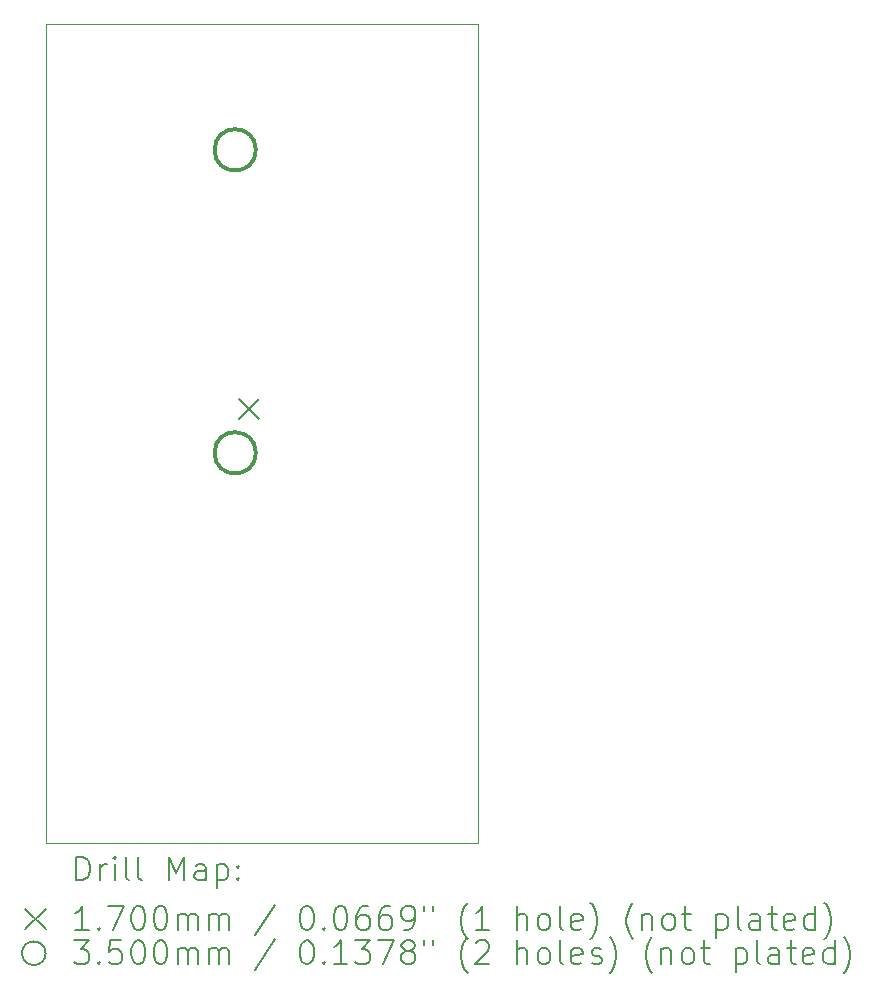
<source format=gbr>
%TF.GenerationSoftware,KiCad,Pcbnew,7.0.5-94-gd77180d9b5*%
%TF.CreationDate,2023-06-13T20:52:57-05:00*%
%TF.ProjectId,Tek P6860 Adapter v.2,54656b20-5036-4383-9630-204164617074,rev?*%
%TF.SameCoordinates,Original*%
%TF.FileFunction,Drillmap*%
%TF.FilePolarity,Positive*%
%FSLAX45Y45*%
G04 Gerber Fmt 4.5, Leading zero omitted, Abs format (unit mm)*
G04 Created by KiCad (PCBNEW 7.0.5-94-gd77180d9b5) date 2023-06-13 20:52:57*
%MOMM*%
%LPD*%
G01*
G04 APERTURE LIST*
%ADD10C,0.100000*%
%ADD11C,0.200000*%
%ADD12C,0.170000*%
%ADD13C,0.350000*%
G04 APERTURE END LIST*
D10*
X1524000Y-1524000D02*
X5181600Y-1524000D01*
X5181600Y-8458200D01*
X1524000Y-8458200D01*
X1524000Y-1524000D01*
D11*
D12*
X3153500Y-4703200D02*
X3323500Y-4873200D01*
X3323500Y-4703200D02*
X3153500Y-4873200D01*
D13*
X3299200Y-2591200D02*
G75*
G03*
X3299200Y-2591200I-175000J0D01*
G01*
X3299200Y-5156200D02*
G75*
G03*
X3299200Y-5156200I-175000J0D01*
G01*
D11*
X1779777Y-8774684D02*
X1779777Y-8574684D01*
X1779777Y-8574684D02*
X1827396Y-8574684D01*
X1827396Y-8574684D02*
X1855967Y-8584208D01*
X1855967Y-8584208D02*
X1875015Y-8603255D01*
X1875015Y-8603255D02*
X1884539Y-8622303D01*
X1884539Y-8622303D02*
X1894062Y-8660398D01*
X1894062Y-8660398D02*
X1894062Y-8688970D01*
X1894062Y-8688970D02*
X1884539Y-8727065D01*
X1884539Y-8727065D02*
X1875015Y-8746112D01*
X1875015Y-8746112D02*
X1855967Y-8765160D01*
X1855967Y-8765160D02*
X1827396Y-8774684D01*
X1827396Y-8774684D02*
X1779777Y-8774684D01*
X1979777Y-8774684D02*
X1979777Y-8641350D01*
X1979777Y-8679446D02*
X1989301Y-8660398D01*
X1989301Y-8660398D02*
X1998824Y-8650874D01*
X1998824Y-8650874D02*
X2017872Y-8641350D01*
X2017872Y-8641350D02*
X2036920Y-8641350D01*
X2103586Y-8774684D02*
X2103586Y-8641350D01*
X2103586Y-8574684D02*
X2094062Y-8584208D01*
X2094062Y-8584208D02*
X2103586Y-8593731D01*
X2103586Y-8593731D02*
X2113110Y-8584208D01*
X2113110Y-8584208D02*
X2103586Y-8574684D01*
X2103586Y-8574684D02*
X2103586Y-8593731D01*
X2227396Y-8774684D02*
X2208348Y-8765160D01*
X2208348Y-8765160D02*
X2198824Y-8746112D01*
X2198824Y-8746112D02*
X2198824Y-8574684D01*
X2332158Y-8774684D02*
X2313110Y-8765160D01*
X2313110Y-8765160D02*
X2303586Y-8746112D01*
X2303586Y-8746112D02*
X2303586Y-8574684D01*
X2560729Y-8774684D02*
X2560729Y-8574684D01*
X2560729Y-8574684D02*
X2627396Y-8717541D01*
X2627396Y-8717541D02*
X2694063Y-8574684D01*
X2694063Y-8574684D02*
X2694063Y-8774684D01*
X2875015Y-8774684D02*
X2875015Y-8669922D01*
X2875015Y-8669922D02*
X2865491Y-8650874D01*
X2865491Y-8650874D02*
X2846443Y-8641350D01*
X2846443Y-8641350D02*
X2808348Y-8641350D01*
X2808348Y-8641350D02*
X2789301Y-8650874D01*
X2875015Y-8765160D02*
X2855967Y-8774684D01*
X2855967Y-8774684D02*
X2808348Y-8774684D01*
X2808348Y-8774684D02*
X2789301Y-8765160D01*
X2789301Y-8765160D02*
X2779777Y-8746112D01*
X2779777Y-8746112D02*
X2779777Y-8727065D01*
X2779777Y-8727065D02*
X2789301Y-8708017D01*
X2789301Y-8708017D02*
X2808348Y-8698493D01*
X2808348Y-8698493D02*
X2855967Y-8698493D01*
X2855967Y-8698493D02*
X2875015Y-8688970D01*
X2970253Y-8641350D02*
X2970253Y-8841350D01*
X2970253Y-8650874D02*
X2989301Y-8641350D01*
X2989301Y-8641350D02*
X3027396Y-8641350D01*
X3027396Y-8641350D02*
X3046443Y-8650874D01*
X3046443Y-8650874D02*
X3055967Y-8660398D01*
X3055967Y-8660398D02*
X3065491Y-8679446D01*
X3065491Y-8679446D02*
X3065491Y-8736589D01*
X3065491Y-8736589D02*
X3055967Y-8755636D01*
X3055967Y-8755636D02*
X3046443Y-8765160D01*
X3046443Y-8765160D02*
X3027396Y-8774684D01*
X3027396Y-8774684D02*
X2989301Y-8774684D01*
X2989301Y-8774684D02*
X2970253Y-8765160D01*
X3151205Y-8755636D02*
X3160729Y-8765160D01*
X3160729Y-8765160D02*
X3151205Y-8774684D01*
X3151205Y-8774684D02*
X3141682Y-8765160D01*
X3141682Y-8765160D02*
X3151205Y-8755636D01*
X3151205Y-8755636D02*
X3151205Y-8774684D01*
X3151205Y-8650874D02*
X3160729Y-8660398D01*
X3160729Y-8660398D02*
X3151205Y-8669922D01*
X3151205Y-8669922D02*
X3141682Y-8660398D01*
X3141682Y-8660398D02*
X3151205Y-8650874D01*
X3151205Y-8650874D02*
X3151205Y-8669922D01*
D12*
X1349000Y-9018200D02*
X1519000Y-9188200D01*
X1519000Y-9018200D02*
X1349000Y-9188200D01*
D11*
X1884539Y-9194684D02*
X1770253Y-9194684D01*
X1827396Y-9194684D02*
X1827396Y-8994684D01*
X1827396Y-8994684D02*
X1808348Y-9023255D01*
X1808348Y-9023255D02*
X1789301Y-9042303D01*
X1789301Y-9042303D02*
X1770253Y-9051827D01*
X1970253Y-9175636D02*
X1979777Y-9185160D01*
X1979777Y-9185160D02*
X1970253Y-9194684D01*
X1970253Y-9194684D02*
X1960729Y-9185160D01*
X1960729Y-9185160D02*
X1970253Y-9175636D01*
X1970253Y-9175636D02*
X1970253Y-9194684D01*
X2046443Y-8994684D02*
X2179777Y-8994684D01*
X2179777Y-8994684D02*
X2094062Y-9194684D01*
X2294063Y-8994684D02*
X2313110Y-8994684D01*
X2313110Y-8994684D02*
X2332158Y-9004208D01*
X2332158Y-9004208D02*
X2341682Y-9013731D01*
X2341682Y-9013731D02*
X2351205Y-9032779D01*
X2351205Y-9032779D02*
X2360729Y-9070874D01*
X2360729Y-9070874D02*
X2360729Y-9118493D01*
X2360729Y-9118493D02*
X2351205Y-9156589D01*
X2351205Y-9156589D02*
X2341682Y-9175636D01*
X2341682Y-9175636D02*
X2332158Y-9185160D01*
X2332158Y-9185160D02*
X2313110Y-9194684D01*
X2313110Y-9194684D02*
X2294063Y-9194684D01*
X2294063Y-9194684D02*
X2275015Y-9185160D01*
X2275015Y-9185160D02*
X2265491Y-9175636D01*
X2265491Y-9175636D02*
X2255967Y-9156589D01*
X2255967Y-9156589D02*
X2246444Y-9118493D01*
X2246444Y-9118493D02*
X2246444Y-9070874D01*
X2246444Y-9070874D02*
X2255967Y-9032779D01*
X2255967Y-9032779D02*
X2265491Y-9013731D01*
X2265491Y-9013731D02*
X2275015Y-9004208D01*
X2275015Y-9004208D02*
X2294063Y-8994684D01*
X2484539Y-8994684D02*
X2503586Y-8994684D01*
X2503586Y-8994684D02*
X2522634Y-9004208D01*
X2522634Y-9004208D02*
X2532158Y-9013731D01*
X2532158Y-9013731D02*
X2541682Y-9032779D01*
X2541682Y-9032779D02*
X2551205Y-9070874D01*
X2551205Y-9070874D02*
X2551205Y-9118493D01*
X2551205Y-9118493D02*
X2541682Y-9156589D01*
X2541682Y-9156589D02*
X2532158Y-9175636D01*
X2532158Y-9175636D02*
X2522634Y-9185160D01*
X2522634Y-9185160D02*
X2503586Y-9194684D01*
X2503586Y-9194684D02*
X2484539Y-9194684D01*
X2484539Y-9194684D02*
X2465491Y-9185160D01*
X2465491Y-9185160D02*
X2455967Y-9175636D01*
X2455967Y-9175636D02*
X2446444Y-9156589D01*
X2446444Y-9156589D02*
X2436920Y-9118493D01*
X2436920Y-9118493D02*
X2436920Y-9070874D01*
X2436920Y-9070874D02*
X2446444Y-9032779D01*
X2446444Y-9032779D02*
X2455967Y-9013731D01*
X2455967Y-9013731D02*
X2465491Y-9004208D01*
X2465491Y-9004208D02*
X2484539Y-8994684D01*
X2636920Y-9194684D02*
X2636920Y-9061350D01*
X2636920Y-9080398D02*
X2646444Y-9070874D01*
X2646444Y-9070874D02*
X2665491Y-9061350D01*
X2665491Y-9061350D02*
X2694063Y-9061350D01*
X2694063Y-9061350D02*
X2713110Y-9070874D01*
X2713110Y-9070874D02*
X2722634Y-9089922D01*
X2722634Y-9089922D02*
X2722634Y-9194684D01*
X2722634Y-9089922D02*
X2732158Y-9070874D01*
X2732158Y-9070874D02*
X2751205Y-9061350D01*
X2751205Y-9061350D02*
X2779777Y-9061350D01*
X2779777Y-9061350D02*
X2798824Y-9070874D01*
X2798824Y-9070874D02*
X2808348Y-9089922D01*
X2808348Y-9089922D02*
X2808348Y-9194684D01*
X2903586Y-9194684D02*
X2903586Y-9061350D01*
X2903586Y-9080398D02*
X2913110Y-9070874D01*
X2913110Y-9070874D02*
X2932158Y-9061350D01*
X2932158Y-9061350D02*
X2960729Y-9061350D01*
X2960729Y-9061350D02*
X2979777Y-9070874D01*
X2979777Y-9070874D02*
X2989301Y-9089922D01*
X2989301Y-9089922D02*
X2989301Y-9194684D01*
X2989301Y-9089922D02*
X2998824Y-9070874D01*
X2998824Y-9070874D02*
X3017872Y-9061350D01*
X3017872Y-9061350D02*
X3046443Y-9061350D01*
X3046443Y-9061350D02*
X3065491Y-9070874D01*
X3065491Y-9070874D02*
X3075015Y-9089922D01*
X3075015Y-9089922D02*
X3075015Y-9194684D01*
X3465491Y-8985160D02*
X3294063Y-9242303D01*
X3722634Y-8994684D02*
X3741682Y-8994684D01*
X3741682Y-8994684D02*
X3760729Y-9004208D01*
X3760729Y-9004208D02*
X3770253Y-9013731D01*
X3770253Y-9013731D02*
X3779777Y-9032779D01*
X3779777Y-9032779D02*
X3789301Y-9070874D01*
X3789301Y-9070874D02*
X3789301Y-9118493D01*
X3789301Y-9118493D02*
X3779777Y-9156589D01*
X3779777Y-9156589D02*
X3770253Y-9175636D01*
X3770253Y-9175636D02*
X3760729Y-9185160D01*
X3760729Y-9185160D02*
X3741682Y-9194684D01*
X3741682Y-9194684D02*
X3722634Y-9194684D01*
X3722634Y-9194684D02*
X3703586Y-9185160D01*
X3703586Y-9185160D02*
X3694063Y-9175636D01*
X3694063Y-9175636D02*
X3684539Y-9156589D01*
X3684539Y-9156589D02*
X3675015Y-9118493D01*
X3675015Y-9118493D02*
X3675015Y-9070874D01*
X3675015Y-9070874D02*
X3684539Y-9032779D01*
X3684539Y-9032779D02*
X3694063Y-9013731D01*
X3694063Y-9013731D02*
X3703586Y-9004208D01*
X3703586Y-9004208D02*
X3722634Y-8994684D01*
X3875015Y-9175636D02*
X3884539Y-9185160D01*
X3884539Y-9185160D02*
X3875015Y-9194684D01*
X3875015Y-9194684D02*
X3865491Y-9185160D01*
X3865491Y-9185160D02*
X3875015Y-9175636D01*
X3875015Y-9175636D02*
X3875015Y-9194684D01*
X4008348Y-8994684D02*
X4027396Y-8994684D01*
X4027396Y-8994684D02*
X4046444Y-9004208D01*
X4046444Y-9004208D02*
X4055967Y-9013731D01*
X4055967Y-9013731D02*
X4065491Y-9032779D01*
X4065491Y-9032779D02*
X4075015Y-9070874D01*
X4075015Y-9070874D02*
X4075015Y-9118493D01*
X4075015Y-9118493D02*
X4065491Y-9156589D01*
X4065491Y-9156589D02*
X4055967Y-9175636D01*
X4055967Y-9175636D02*
X4046444Y-9185160D01*
X4046444Y-9185160D02*
X4027396Y-9194684D01*
X4027396Y-9194684D02*
X4008348Y-9194684D01*
X4008348Y-9194684D02*
X3989301Y-9185160D01*
X3989301Y-9185160D02*
X3979777Y-9175636D01*
X3979777Y-9175636D02*
X3970253Y-9156589D01*
X3970253Y-9156589D02*
X3960729Y-9118493D01*
X3960729Y-9118493D02*
X3960729Y-9070874D01*
X3960729Y-9070874D02*
X3970253Y-9032779D01*
X3970253Y-9032779D02*
X3979777Y-9013731D01*
X3979777Y-9013731D02*
X3989301Y-9004208D01*
X3989301Y-9004208D02*
X4008348Y-8994684D01*
X4246444Y-8994684D02*
X4208348Y-8994684D01*
X4208348Y-8994684D02*
X4189301Y-9004208D01*
X4189301Y-9004208D02*
X4179777Y-9013731D01*
X4179777Y-9013731D02*
X4160729Y-9042303D01*
X4160729Y-9042303D02*
X4151206Y-9080398D01*
X4151206Y-9080398D02*
X4151206Y-9156589D01*
X4151206Y-9156589D02*
X4160729Y-9175636D01*
X4160729Y-9175636D02*
X4170253Y-9185160D01*
X4170253Y-9185160D02*
X4189301Y-9194684D01*
X4189301Y-9194684D02*
X4227396Y-9194684D01*
X4227396Y-9194684D02*
X4246444Y-9185160D01*
X4246444Y-9185160D02*
X4255968Y-9175636D01*
X4255968Y-9175636D02*
X4265491Y-9156589D01*
X4265491Y-9156589D02*
X4265491Y-9108970D01*
X4265491Y-9108970D02*
X4255968Y-9089922D01*
X4255968Y-9089922D02*
X4246444Y-9080398D01*
X4246444Y-9080398D02*
X4227396Y-9070874D01*
X4227396Y-9070874D02*
X4189301Y-9070874D01*
X4189301Y-9070874D02*
X4170253Y-9080398D01*
X4170253Y-9080398D02*
X4160729Y-9089922D01*
X4160729Y-9089922D02*
X4151206Y-9108970D01*
X4436920Y-8994684D02*
X4398825Y-8994684D01*
X4398825Y-8994684D02*
X4379777Y-9004208D01*
X4379777Y-9004208D02*
X4370253Y-9013731D01*
X4370253Y-9013731D02*
X4351206Y-9042303D01*
X4351206Y-9042303D02*
X4341682Y-9080398D01*
X4341682Y-9080398D02*
X4341682Y-9156589D01*
X4341682Y-9156589D02*
X4351206Y-9175636D01*
X4351206Y-9175636D02*
X4360729Y-9185160D01*
X4360729Y-9185160D02*
X4379777Y-9194684D01*
X4379777Y-9194684D02*
X4417872Y-9194684D01*
X4417872Y-9194684D02*
X4436920Y-9185160D01*
X4436920Y-9185160D02*
X4446444Y-9175636D01*
X4446444Y-9175636D02*
X4455968Y-9156589D01*
X4455968Y-9156589D02*
X4455968Y-9108970D01*
X4455968Y-9108970D02*
X4446444Y-9089922D01*
X4446444Y-9089922D02*
X4436920Y-9080398D01*
X4436920Y-9080398D02*
X4417872Y-9070874D01*
X4417872Y-9070874D02*
X4379777Y-9070874D01*
X4379777Y-9070874D02*
X4360729Y-9080398D01*
X4360729Y-9080398D02*
X4351206Y-9089922D01*
X4351206Y-9089922D02*
X4341682Y-9108970D01*
X4551206Y-9194684D02*
X4589301Y-9194684D01*
X4589301Y-9194684D02*
X4608349Y-9185160D01*
X4608349Y-9185160D02*
X4617872Y-9175636D01*
X4617872Y-9175636D02*
X4636920Y-9147065D01*
X4636920Y-9147065D02*
X4646444Y-9108970D01*
X4646444Y-9108970D02*
X4646444Y-9032779D01*
X4646444Y-9032779D02*
X4636920Y-9013731D01*
X4636920Y-9013731D02*
X4627396Y-9004208D01*
X4627396Y-9004208D02*
X4608349Y-8994684D01*
X4608349Y-8994684D02*
X4570253Y-8994684D01*
X4570253Y-8994684D02*
X4551206Y-9004208D01*
X4551206Y-9004208D02*
X4541682Y-9013731D01*
X4541682Y-9013731D02*
X4532158Y-9032779D01*
X4532158Y-9032779D02*
X4532158Y-9080398D01*
X4532158Y-9080398D02*
X4541682Y-9099446D01*
X4541682Y-9099446D02*
X4551206Y-9108970D01*
X4551206Y-9108970D02*
X4570253Y-9118493D01*
X4570253Y-9118493D02*
X4608349Y-9118493D01*
X4608349Y-9118493D02*
X4627396Y-9108970D01*
X4627396Y-9108970D02*
X4636920Y-9099446D01*
X4636920Y-9099446D02*
X4646444Y-9080398D01*
X4722634Y-8994684D02*
X4722634Y-9032779D01*
X4798825Y-8994684D02*
X4798825Y-9032779D01*
X5094063Y-9270874D02*
X5084539Y-9261350D01*
X5084539Y-9261350D02*
X5065491Y-9232779D01*
X5065491Y-9232779D02*
X5055968Y-9213731D01*
X5055968Y-9213731D02*
X5046444Y-9185160D01*
X5046444Y-9185160D02*
X5036920Y-9137541D01*
X5036920Y-9137541D02*
X5036920Y-9099446D01*
X5036920Y-9099446D02*
X5046444Y-9051827D01*
X5046444Y-9051827D02*
X5055968Y-9023255D01*
X5055968Y-9023255D02*
X5065491Y-9004208D01*
X5065491Y-9004208D02*
X5084539Y-8975636D01*
X5084539Y-8975636D02*
X5094063Y-8966112D01*
X5275015Y-9194684D02*
X5160730Y-9194684D01*
X5217872Y-9194684D02*
X5217872Y-8994684D01*
X5217872Y-8994684D02*
X5198825Y-9023255D01*
X5198825Y-9023255D02*
X5179777Y-9042303D01*
X5179777Y-9042303D02*
X5160730Y-9051827D01*
X5513111Y-9194684D02*
X5513111Y-8994684D01*
X5598825Y-9194684D02*
X5598825Y-9089922D01*
X5598825Y-9089922D02*
X5589301Y-9070874D01*
X5589301Y-9070874D02*
X5570253Y-9061350D01*
X5570253Y-9061350D02*
X5541682Y-9061350D01*
X5541682Y-9061350D02*
X5522634Y-9070874D01*
X5522634Y-9070874D02*
X5513111Y-9080398D01*
X5722634Y-9194684D02*
X5703587Y-9185160D01*
X5703587Y-9185160D02*
X5694063Y-9175636D01*
X5694063Y-9175636D02*
X5684539Y-9156589D01*
X5684539Y-9156589D02*
X5684539Y-9099446D01*
X5684539Y-9099446D02*
X5694063Y-9080398D01*
X5694063Y-9080398D02*
X5703587Y-9070874D01*
X5703587Y-9070874D02*
X5722634Y-9061350D01*
X5722634Y-9061350D02*
X5751206Y-9061350D01*
X5751206Y-9061350D02*
X5770253Y-9070874D01*
X5770253Y-9070874D02*
X5779777Y-9080398D01*
X5779777Y-9080398D02*
X5789301Y-9099446D01*
X5789301Y-9099446D02*
X5789301Y-9156589D01*
X5789301Y-9156589D02*
X5779777Y-9175636D01*
X5779777Y-9175636D02*
X5770253Y-9185160D01*
X5770253Y-9185160D02*
X5751206Y-9194684D01*
X5751206Y-9194684D02*
X5722634Y-9194684D01*
X5903587Y-9194684D02*
X5884539Y-9185160D01*
X5884539Y-9185160D02*
X5875015Y-9166112D01*
X5875015Y-9166112D02*
X5875015Y-8994684D01*
X6055968Y-9185160D02*
X6036920Y-9194684D01*
X6036920Y-9194684D02*
X5998825Y-9194684D01*
X5998825Y-9194684D02*
X5979777Y-9185160D01*
X5979777Y-9185160D02*
X5970253Y-9166112D01*
X5970253Y-9166112D02*
X5970253Y-9089922D01*
X5970253Y-9089922D02*
X5979777Y-9070874D01*
X5979777Y-9070874D02*
X5998825Y-9061350D01*
X5998825Y-9061350D02*
X6036920Y-9061350D01*
X6036920Y-9061350D02*
X6055968Y-9070874D01*
X6055968Y-9070874D02*
X6065491Y-9089922D01*
X6065491Y-9089922D02*
X6065491Y-9108970D01*
X6065491Y-9108970D02*
X5970253Y-9128017D01*
X6132158Y-9270874D02*
X6141682Y-9261350D01*
X6141682Y-9261350D02*
X6160730Y-9232779D01*
X6160730Y-9232779D02*
X6170253Y-9213731D01*
X6170253Y-9213731D02*
X6179777Y-9185160D01*
X6179777Y-9185160D02*
X6189301Y-9137541D01*
X6189301Y-9137541D02*
X6189301Y-9099446D01*
X6189301Y-9099446D02*
X6179777Y-9051827D01*
X6179777Y-9051827D02*
X6170253Y-9023255D01*
X6170253Y-9023255D02*
X6160730Y-9004208D01*
X6160730Y-9004208D02*
X6141682Y-8975636D01*
X6141682Y-8975636D02*
X6132158Y-8966112D01*
X6494063Y-9270874D02*
X6484539Y-9261350D01*
X6484539Y-9261350D02*
X6465491Y-9232779D01*
X6465491Y-9232779D02*
X6455968Y-9213731D01*
X6455968Y-9213731D02*
X6446444Y-9185160D01*
X6446444Y-9185160D02*
X6436920Y-9137541D01*
X6436920Y-9137541D02*
X6436920Y-9099446D01*
X6436920Y-9099446D02*
X6446444Y-9051827D01*
X6446444Y-9051827D02*
X6455968Y-9023255D01*
X6455968Y-9023255D02*
X6465491Y-9004208D01*
X6465491Y-9004208D02*
X6484539Y-8975636D01*
X6484539Y-8975636D02*
X6494063Y-8966112D01*
X6570253Y-9061350D02*
X6570253Y-9194684D01*
X6570253Y-9080398D02*
X6579777Y-9070874D01*
X6579777Y-9070874D02*
X6598825Y-9061350D01*
X6598825Y-9061350D02*
X6627396Y-9061350D01*
X6627396Y-9061350D02*
X6646444Y-9070874D01*
X6646444Y-9070874D02*
X6655968Y-9089922D01*
X6655968Y-9089922D02*
X6655968Y-9194684D01*
X6779777Y-9194684D02*
X6760730Y-9185160D01*
X6760730Y-9185160D02*
X6751206Y-9175636D01*
X6751206Y-9175636D02*
X6741682Y-9156589D01*
X6741682Y-9156589D02*
X6741682Y-9099446D01*
X6741682Y-9099446D02*
X6751206Y-9080398D01*
X6751206Y-9080398D02*
X6760730Y-9070874D01*
X6760730Y-9070874D02*
X6779777Y-9061350D01*
X6779777Y-9061350D02*
X6808349Y-9061350D01*
X6808349Y-9061350D02*
X6827396Y-9070874D01*
X6827396Y-9070874D02*
X6836920Y-9080398D01*
X6836920Y-9080398D02*
X6846444Y-9099446D01*
X6846444Y-9099446D02*
X6846444Y-9156589D01*
X6846444Y-9156589D02*
X6836920Y-9175636D01*
X6836920Y-9175636D02*
X6827396Y-9185160D01*
X6827396Y-9185160D02*
X6808349Y-9194684D01*
X6808349Y-9194684D02*
X6779777Y-9194684D01*
X6903587Y-9061350D02*
X6979777Y-9061350D01*
X6932158Y-8994684D02*
X6932158Y-9166112D01*
X6932158Y-9166112D02*
X6941682Y-9185160D01*
X6941682Y-9185160D02*
X6960730Y-9194684D01*
X6960730Y-9194684D02*
X6979777Y-9194684D01*
X7198825Y-9061350D02*
X7198825Y-9261350D01*
X7198825Y-9070874D02*
X7217872Y-9061350D01*
X7217872Y-9061350D02*
X7255968Y-9061350D01*
X7255968Y-9061350D02*
X7275015Y-9070874D01*
X7275015Y-9070874D02*
X7284539Y-9080398D01*
X7284539Y-9080398D02*
X7294063Y-9099446D01*
X7294063Y-9099446D02*
X7294063Y-9156589D01*
X7294063Y-9156589D02*
X7284539Y-9175636D01*
X7284539Y-9175636D02*
X7275015Y-9185160D01*
X7275015Y-9185160D02*
X7255968Y-9194684D01*
X7255968Y-9194684D02*
X7217872Y-9194684D01*
X7217872Y-9194684D02*
X7198825Y-9185160D01*
X7408349Y-9194684D02*
X7389301Y-9185160D01*
X7389301Y-9185160D02*
X7379777Y-9166112D01*
X7379777Y-9166112D02*
X7379777Y-8994684D01*
X7570253Y-9194684D02*
X7570253Y-9089922D01*
X7570253Y-9089922D02*
X7560730Y-9070874D01*
X7560730Y-9070874D02*
X7541682Y-9061350D01*
X7541682Y-9061350D02*
X7503587Y-9061350D01*
X7503587Y-9061350D02*
X7484539Y-9070874D01*
X7570253Y-9185160D02*
X7551206Y-9194684D01*
X7551206Y-9194684D02*
X7503587Y-9194684D01*
X7503587Y-9194684D02*
X7484539Y-9185160D01*
X7484539Y-9185160D02*
X7475015Y-9166112D01*
X7475015Y-9166112D02*
X7475015Y-9147065D01*
X7475015Y-9147065D02*
X7484539Y-9128017D01*
X7484539Y-9128017D02*
X7503587Y-9118493D01*
X7503587Y-9118493D02*
X7551206Y-9118493D01*
X7551206Y-9118493D02*
X7570253Y-9108970D01*
X7636920Y-9061350D02*
X7713111Y-9061350D01*
X7665492Y-8994684D02*
X7665492Y-9166112D01*
X7665492Y-9166112D02*
X7675015Y-9185160D01*
X7675015Y-9185160D02*
X7694063Y-9194684D01*
X7694063Y-9194684D02*
X7713111Y-9194684D01*
X7855968Y-9185160D02*
X7836920Y-9194684D01*
X7836920Y-9194684D02*
X7798825Y-9194684D01*
X7798825Y-9194684D02*
X7779777Y-9185160D01*
X7779777Y-9185160D02*
X7770253Y-9166112D01*
X7770253Y-9166112D02*
X7770253Y-9089922D01*
X7770253Y-9089922D02*
X7779777Y-9070874D01*
X7779777Y-9070874D02*
X7798825Y-9061350D01*
X7798825Y-9061350D02*
X7836920Y-9061350D01*
X7836920Y-9061350D02*
X7855968Y-9070874D01*
X7855968Y-9070874D02*
X7865492Y-9089922D01*
X7865492Y-9089922D02*
X7865492Y-9108970D01*
X7865492Y-9108970D02*
X7770253Y-9128017D01*
X8036920Y-9194684D02*
X8036920Y-8994684D01*
X8036920Y-9185160D02*
X8017873Y-9194684D01*
X8017873Y-9194684D02*
X7979777Y-9194684D01*
X7979777Y-9194684D02*
X7960730Y-9185160D01*
X7960730Y-9185160D02*
X7951206Y-9175636D01*
X7951206Y-9175636D02*
X7941682Y-9156589D01*
X7941682Y-9156589D02*
X7941682Y-9099446D01*
X7941682Y-9099446D02*
X7951206Y-9080398D01*
X7951206Y-9080398D02*
X7960730Y-9070874D01*
X7960730Y-9070874D02*
X7979777Y-9061350D01*
X7979777Y-9061350D02*
X8017873Y-9061350D01*
X8017873Y-9061350D02*
X8036920Y-9070874D01*
X8113111Y-9270874D02*
X8122634Y-9261350D01*
X8122634Y-9261350D02*
X8141682Y-9232779D01*
X8141682Y-9232779D02*
X8151206Y-9213731D01*
X8151206Y-9213731D02*
X8160730Y-9185160D01*
X8160730Y-9185160D02*
X8170253Y-9137541D01*
X8170253Y-9137541D02*
X8170253Y-9099446D01*
X8170253Y-9099446D02*
X8160730Y-9051827D01*
X8160730Y-9051827D02*
X8151206Y-9023255D01*
X8151206Y-9023255D02*
X8141682Y-9004208D01*
X8141682Y-9004208D02*
X8122634Y-8975636D01*
X8122634Y-8975636D02*
X8113111Y-8966112D01*
X1519000Y-9393200D02*
G75*
G03*
X1519000Y-9393200I-100000J0D01*
G01*
X1760729Y-9284684D02*
X1884539Y-9284684D01*
X1884539Y-9284684D02*
X1817872Y-9360874D01*
X1817872Y-9360874D02*
X1846443Y-9360874D01*
X1846443Y-9360874D02*
X1865491Y-9370398D01*
X1865491Y-9370398D02*
X1875015Y-9379922D01*
X1875015Y-9379922D02*
X1884539Y-9398970D01*
X1884539Y-9398970D02*
X1884539Y-9446589D01*
X1884539Y-9446589D02*
X1875015Y-9465636D01*
X1875015Y-9465636D02*
X1865491Y-9475160D01*
X1865491Y-9475160D02*
X1846443Y-9484684D01*
X1846443Y-9484684D02*
X1789301Y-9484684D01*
X1789301Y-9484684D02*
X1770253Y-9475160D01*
X1770253Y-9475160D02*
X1760729Y-9465636D01*
X1970253Y-9465636D02*
X1979777Y-9475160D01*
X1979777Y-9475160D02*
X1970253Y-9484684D01*
X1970253Y-9484684D02*
X1960729Y-9475160D01*
X1960729Y-9475160D02*
X1970253Y-9465636D01*
X1970253Y-9465636D02*
X1970253Y-9484684D01*
X2160729Y-9284684D02*
X2065491Y-9284684D01*
X2065491Y-9284684D02*
X2055967Y-9379922D01*
X2055967Y-9379922D02*
X2065491Y-9370398D01*
X2065491Y-9370398D02*
X2084539Y-9360874D01*
X2084539Y-9360874D02*
X2132158Y-9360874D01*
X2132158Y-9360874D02*
X2151205Y-9370398D01*
X2151205Y-9370398D02*
X2160729Y-9379922D01*
X2160729Y-9379922D02*
X2170253Y-9398970D01*
X2170253Y-9398970D02*
X2170253Y-9446589D01*
X2170253Y-9446589D02*
X2160729Y-9465636D01*
X2160729Y-9465636D02*
X2151205Y-9475160D01*
X2151205Y-9475160D02*
X2132158Y-9484684D01*
X2132158Y-9484684D02*
X2084539Y-9484684D01*
X2084539Y-9484684D02*
X2065491Y-9475160D01*
X2065491Y-9475160D02*
X2055967Y-9465636D01*
X2294063Y-9284684D02*
X2313110Y-9284684D01*
X2313110Y-9284684D02*
X2332158Y-9294208D01*
X2332158Y-9294208D02*
X2341682Y-9303731D01*
X2341682Y-9303731D02*
X2351205Y-9322779D01*
X2351205Y-9322779D02*
X2360729Y-9360874D01*
X2360729Y-9360874D02*
X2360729Y-9408493D01*
X2360729Y-9408493D02*
X2351205Y-9446589D01*
X2351205Y-9446589D02*
X2341682Y-9465636D01*
X2341682Y-9465636D02*
X2332158Y-9475160D01*
X2332158Y-9475160D02*
X2313110Y-9484684D01*
X2313110Y-9484684D02*
X2294063Y-9484684D01*
X2294063Y-9484684D02*
X2275015Y-9475160D01*
X2275015Y-9475160D02*
X2265491Y-9465636D01*
X2265491Y-9465636D02*
X2255967Y-9446589D01*
X2255967Y-9446589D02*
X2246444Y-9408493D01*
X2246444Y-9408493D02*
X2246444Y-9360874D01*
X2246444Y-9360874D02*
X2255967Y-9322779D01*
X2255967Y-9322779D02*
X2265491Y-9303731D01*
X2265491Y-9303731D02*
X2275015Y-9294208D01*
X2275015Y-9294208D02*
X2294063Y-9284684D01*
X2484539Y-9284684D02*
X2503586Y-9284684D01*
X2503586Y-9284684D02*
X2522634Y-9294208D01*
X2522634Y-9294208D02*
X2532158Y-9303731D01*
X2532158Y-9303731D02*
X2541682Y-9322779D01*
X2541682Y-9322779D02*
X2551205Y-9360874D01*
X2551205Y-9360874D02*
X2551205Y-9408493D01*
X2551205Y-9408493D02*
X2541682Y-9446589D01*
X2541682Y-9446589D02*
X2532158Y-9465636D01*
X2532158Y-9465636D02*
X2522634Y-9475160D01*
X2522634Y-9475160D02*
X2503586Y-9484684D01*
X2503586Y-9484684D02*
X2484539Y-9484684D01*
X2484539Y-9484684D02*
X2465491Y-9475160D01*
X2465491Y-9475160D02*
X2455967Y-9465636D01*
X2455967Y-9465636D02*
X2446444Y-9446589D01*
X2446444Y-9446589D02*
X2436920Y-9408493D01*
X2436920Y-9408493D02*
X2436920Y-9360874D01*
X2436920Y-9360874D02*
X2446444Y-9322779D01*
X2446444Y-9322779D02*
X2455967Y-9303731D01*
X2455967Y-9303731D02*
X2465491Y-9294208D01*
X2465491Y-9294208D02*
X2484539Y-9284684D01*
X2636920Y-9484684D02*
X2636920Y-9351350D01*
X2636920Y-9370398D02*
X2646444Y-9360874D01*
X2646444Y-9360874D02*
X2665491Y-9351350D01*
X2665491Y-9351350D02*
X2694063Y-9351350D01*
X2694063Y-9351350D02*
X2713110Y-9360874D01*
X2713110Y-9360874D02*
X2722634Y-9379922D01*
X2722634Y-9379922D02*
X2722634Y-9484684D01*
X2722634Y-9379922D02*
X2732158Y-9360874D01*
X2732158Y-9360874D02*
X2751205Y-9351350D01*
X2751205Y-9351350D02*
X2779777Y-9351350D01*
X2779777Y-9351350D02*
X2798824Y-9360874D01*
X2798824Y-9360874D02*
X2808348Y-9379922D01*
X2808348Y-9379922D02*
X2808348Y-9484684D01*
X2903586Y-9484684D02*
X2903586Y-9351350D01*
X2903586Y-9370398D02*
X2913110Y-9360874D01*
X2913110Y-9360874D02*
X2932158Y-9351350D01*
X2932158Y-9351350D02*
X2960729Y-9351350D01*
X2960729Y-9351350D02*
X2979777Y-9360874D01*
X2979777Y-9360874D02*
X2989301Y-9379922D01*
X2989301Y-9379922D02*
X2989301Y-9484684D01*
X2989301Y-9379922D02*
X2998824Y-9360874D01*
X2998824Y-9360874D02*
X3017872Y-9351350D01*
X3017872Y-9351350D02*
X3046443Y-9351350D01*
X3046443Y-9351350D02*
X3065491Y-9360874D01*
X3065491Y-9360874D02*
X3075015Y-9379922D01*
X3075015Y-9379922D02*
X3075015Y-9484684D01*
X3465491Y-9275160D02*
X3294063Y-9532303D01*
X3722634Y-9284684D02*
X3741682Y-9284684D01*
X3741682Y-9284684D02*
X3760729Y-9294208D01*
X3760729Y-9294208D02*
X3770253Y-9303731D01*
X3770253Y-9303731D02*
X3779777Y-9322779D01*
X3779777Y-9322779D02*
X3789301Y-9360874D01*
X3789301Y-9360874D02*
X3789301Y-9408493D01*
X3789301Y-9408493D02*
X3779777Y-9446589D01*
X3779777Y-9446589D02*
X3770253Y-9465636D01*
X3770253Y-9465636D02*
X3760729Y-9475160D01*
X3760729Y-9475160D02*
X3741682Y-9484684D01*
X3741682Y-9484684D02*
X3722634Y-9484684D01*
X3722634Y-9484684D02*
X3703586Y-9475160D01*
X3703586Y-9475160D02*
X3694063Y-9465636D01*
X3694063Y-9465636D02*
X3684539Y-9446589D01*
X3684539Y-9446589D02*
X3675015Y-9408493D01*
X3675015Y-9408493D02*
X3675015Y-9360874D01*
X3675015Y-9360874D02*
X3684539Y-9322779D01*
X3684539Y-9322779D02*
X3694063Y-9303731D01*
X3694063Y-9303731D02*
X3703586Y-9294208D01*
X3703586Y-9294208D02*
X3722634Y-9284684D01*
X3875015Y-9465636D02*
X3884539Y-9475160D01*
X3884539Y-9475160D02*
X3875015Y-9484684D01*
X3875015Y-9484684D02*
X3865491Y-9475160D01*
X3865491Y-9475160D02*
X3875015Y-9465636D01*
X3875015Y-9465636D02*
X3875015Y-9484684D01*
X4075015Y-9484684D02*
X3960729Y-9484684D01*
X4017872Y-9484684D02*
X4017872Y-9284684D01*
X4017872Y-9284684D02*
X3998825Y-9313255D01*
X3998825Y-9313255D02*
X3979777Y-9332303D01*
X3979777Y-9332303D02*
X3960729Y-9341827D01*
X4141682Y-9284684D02*
X4265491Y-9284684D01*
X4265491Y-9284684D02*
X4198825Y-9360874D01*
X4198825Y-9360874D02*
X4227396Y-9360874D01*
X4227396Y-9360874D02*
X4246444Y-9370398D01*
X4246444Y-9370398D02*
X4255968Y-9379922D01*
X4255968Y-9379922D02*
X4265491Y-9398970D01*
X4265491Y-9398970D02*
X4265491Y-9446589D01*
X4265491Y-9446589D02*
X4255968Y-9465636D01*
X4255968Y-9465636D02*
X4246444Y-9475160D01*
X4246444Y-9475160D02*
X4227396Y-9484684D01*
X4227396Y-9484684D02*
X4170253Y-9484684D01*
X4170253Y-9484684D02*
X4151206Y-9475160D01*
X4151206Y-9475160D02*
X4141682Y-9465636D01*
X4332158Y-9284684D02*
X4465491Y-9284684D01*
X4465491Y-9284684D02*
X4379777Y-9484684D01*
X4570253Y-9370398D02*
X4551206Y-9360874D01*
X4551206Y-9360874D02*
X4541682Y-9351350D01*
X4541682Y-9351350D02*
X4532158Y-9332303D01*
X4532158Y-9332303D02*
X4532158Y-9322779D01*
X4532158Y-9322779D02*
X4541682Y-9303731D01*
X4541682Y-9303731D02*
X4551206Y-9294208D01*
X4551206Y-9294208D02*
X4570253Y-9284684D01*
X4570253Y-9284684D02*
X4608349Y-9284684D01*
X4608349Y-9284684D02*
X4627396Y-9294208D01*
X4627396Y-9294208D02*
X4636920Y-9303731D01*
X4636920Y-9303731D02*
X4646444Y-9322779D01*
X4646444Y-9322779D02*
X4646444Y-9332303D01*
X4646444Y-9332303D02*
X4636920Y-9351350D01*
X4636920Y-9351350D02*
X4627396Y-9360874D01*
X4627396Y-9360874D02*
X4608349Y-9370398D01*
X4608349Y-9370398D02*
X4570253Y-9370398D01*
X4570253Y-9370398D02*
X4551206Y-9379922D01*
X4551206Y-9379922D02*
X4541682Y-9389446D01*
X4541682Y-9389446D02*
X4532158Y-9408493D01*
X4532158Y-9408493D02*
X4532158Y-9446589D01*
X4532158Y-9446589D02*
X4541682Y-9465636D01*
X4541682Y-9465636D02*
X4551206Y-9475160D01*
X4551206Y-9475160D02*
X4570253Y-9484684D01*
X4570253Y-9484684D02*
X4608349Y-9484684D01*
X4608349Y-9484684D02*
X4627396Y-9475160D01*
X4627396Y-9475160D02*
X4636920Y-9465636D01*
X4636920Y-9465636D02*
X4646444Y-9446589D01*
X4646444Y-9446589D02*
X4646444Y-9408493D01*
X4646444Y-9408493D02*
X4636920Y-9389446D01*
X4636920Y-9389446D02*
X4627396Y-9379922D01*
X4627396Y-9379922D02*
X4608349Y-9370398D01*
X4722634Y-9284684D02*
X4722634Y-9322779D01*
X4798825Y-9284684D02*
X4798825Y-9322779D01*
X5094063Y-9560874D02*
X5084539Y-9551350D01*
X5084539Y-9551350D02*
X5065491Y-9522779D01*
X5065491Y-9522779D02*
X5055968Y-9503731D01*
X5055968Y-9503731D02*
X5046444Y-9475160D01*
X5046444Y-9475160D02*
X5036920Y-9427541D01*
X5036920Y-9427541D02*
X5036920Y-9389446D01*
X5036920Y-9389446D02*
X5046444Y-9341827D01*
X5046444Y-9341827D02*
X5055968Y-9313255D01*
X5055968Y-9313255D02*
X5065491Y-9294208D01*
X5065491Y-9294208D02*
X5084539Y-9265636D01*
X5084539Y-9265636D02*
X5094063Y-9256112D01*
X5160730Y-9303731D02*
X5170253Y-9294208D01*
X5170253Y-9294208D02*
X5189301Y-9284684D01*
X5189301Y-9284684D02*
X5236920Y-9284684D01*
X5236920Y-9284684D02*
X5255968Y-9294208D01*
X5255968Y-9294208D02*
X5265491Y-9303731D01*
X5265491Y-9303731D02*
X5275015Y-9322779D01*
X5275015Y-9322779D02*
X5275015Y-9341827D01*
X5275015Y-9341827D02*
X5265491Y-9370398D01*
X5265491Y-9370398D02*
X5151206Y-9484684D01*
X5151206Y-9484684D02*
X5275015Y-9484684D01*
X5513111Y-9484684D02*
X5513111Y-9284684D01*
X5598825Y-9484684D02*
X5598825Y-9379922D01*
X5598825Y-9379922D02*
X5589301Y-9360874D01*
X5589301Y-9360874D02*
X5570253Y-9351350D01*
X5570253Y-9351350D02*
X5541682Y-9351350D01*
X5541682Y-9351350D02*
X5522634Y-9360874D01*
X5522634Y-9360874D02*
X5513111Y-9370398D01*
X5722634Y-9484684D02*
X5703587Y-9475160D01*
X5703587Y-9475160D02*
X5694063Y-9465636D01*
X5694063Y-9465636D02*
X5684539Y-9446589D01*
X5684539Y-9446589D02*
X5684539Y-9389446D01*
X5684539Y-9389446D02*
X5694063Y-9370398D01*
X5694063Y-9370398D02*
X5703587Y-9360874D01*
X5703587Y-9360874D02*
X5722634Y-9351350D01*
X5722634Y-9351350D02*
X5751206Y-9351350D01*
X5751206Y-9351350D02*
X5770253Y-9360874D01*
X5770253Y-9360874D02*
X5779777Y-9370398D01*
X5779777Y-9370398D02*
X5789301Y-9389446D01*
X5789301Y-9389446D02*
X5789301Y-9446589D01*
X5789301Y-9446589D02*
X5779777Y-9465636D01*
X5779777Y-9465636D02*
X5770253Y-9475160D01*
X5770253Y-9475160D02*
X5751206Y-9484684D01*
X5751206Y-9484684D02*
X5722634Y-9484684D01*
X5903587Y-9484684D02*
X5884539Y-9475160D01*
X5884539Y-9475160D02*
X5875015Y-9456112D01*
X5875015Y-9456112D02*
X5875015Y-9284684D01*
X6055968Y-9475160D02*
X6036920Y-9484684D01*
X6036920Y-9484684D02*
X5998825Y-9484684D01*
X5998825Y-9484684D02*
X5979777Y-9475160D01*
X5979777Y-9475160D02*
X5970253Y-9456112D01*
X5970253Y-9456112D02*
X5970253Y-9379922D01*
X5970253Y-9379922D02*
X5979777Y-9360874D01*
X5979777Y-9360874D02*
X5998825Y-9351350D01*
X5998825Y-9351350D02*
X6036920Y-9351350D01*
X6036920Y-9351350D02*
X6055968Y-9360874D01*
X6055968Y-9360874D02*
X6065491Y-9379922D01*
X6065491Y-9379922D02*
X6065491Y-9398970D01*
X6065491Y-9398970D02*
X5970253Y-9418017D01*
X6141682Y-9475160D02*
X6160730Y-9484684D01*
X6160730Y-9484684D02*
X6198825Y-9484684D01*
X6198825Y-9484684D02*
X6217872Y-9475160D01*
X6217872Y-9475160D02*
X6227396Y-9456112D01*
X6227396Y-9456112D02*
X6227396Y-9446589D01*
X6227396Y-9446589D02*
X6217872Y-9427541D01*
X6217872Y-9427541D02*
X6198825Y-9418017D01*
X6198825Y-9418017D02*
X6170253Y-9418017D01*
X6170253Y-9418017D02*
X6151206Y-9408493D01*
X6151206Y-9408493D02*
X6141682Y-9389446D01*
X6141682Y-9389446D02*
X6141682Y-9379922D01*
X6141682Y-9379922D02*
X6151206Y-9360874D01*
X6151206Y-9360874D02*
X6170253Y-9351350D01*
X6170253Y-9351350D02*
X6198825Y-9351350D01*
X6198825Y-9351350D02*
X6217872Y-9360874D01*
X6294063Y-9560874D02*
X6303587Y-9551350D01*
X6303587Y-9551350D02*
X6322634Y-9522779D01*
X6322634Y-9522779D02*
X6332158Y-9503731D01*
X6332158Y-9503731D02*
X6341682Y-9475160D01*
X6341682Y-9475160D02*
X6351206Y-9427541D01*
X6351206Y-9427541D02*
X6351206Y-9389446D01*
X6351206Y-9389446D02*
X6341682Y-9341827D01*
X6341682Y-9341827D02*
X6332158Y-9313255D01*
X6332158Y-9313255D02*
X6322634Y-9294208D01*
X6322634Y-9294208D02*
X6303587Y-9265636D01*
X6303587Y-9265636D02*
X6294063Y-9256112D01*
X6655968Y-9560874D02*
X6646444Y-9551350D01*
X6646444Y-9551350D02*
X6627396Y-9522779D01*
X6627396Y-9522779D02*
X6617872Y-9503731D01*
X6617872Y-9503731D02*
X6608349Y-9475160D01*
X6608349Y-9475160D02*
X6598825Y-9427541D01*
X6598825Y-9427541D02*
X6598825Y-9389446D01*
X6598825Y-9389446D02*
X6608349Y-9341827D01*
X6608349Y-9341827D02*
X6617872Y-9313255D01*
X6617872Y-9313255D02*
X6627396Y-9294208D01*
X6627396Y-9294208D02*
X6646444Y-9265636D01*
X6646444Y-9265636D02*
X6655968Y-9256112D01*
X6732158Y-9351350D02*
X6732158Y-9484684D01*
X6732158Y-9370398D02*
X6741682Y-9360874D01*
X6741682Y-9360874D02*
X6760730Y-9351350D01*
X6760730Y-9351350D02*
X6789301Y-9351350D01*
X6789301Y-9351350D02*
X6808349Y-9360874D01*
X6808349Y-9360874D02*
X6817872Y-9379922D01*
X6817872Y-9379922D02*
X6817872Y-9484684D01*
X6941682Y-9484684D02*
X6922634Y-9475160D01*
X6922634Y-9475160D02*
X6913111Y-9465636D01*
X6913111Y-9465636D02*
X6903587Y-9446589D01*
X6903587Y-9446589D02*
X6903587Y-9389446D01*
X6903587Y-9389446D02*
X6913111Y-9370398D01*
X6913111Y-9370398D02*
X6922634Y-9360874D01*
X6922634Y-9360874D02*
X6941682Y-9351350D01*
X6941682Y-9351350D02*
X6970253Y-9351350D01*
X6970253Y-9351350D02*
X6989301Y-9360874D01*
X6989301Y-9360874D02*
X6998825Y-9370398D01*
X6998825Y-9370398D02*
X7008349Y-9389446D01*
X7008349Y-9389446D02*
X7008349Y-9446589D01*
X7008349Y-9446589D02*
X6998825Y-9465636D01*
X6998825Y-9465636D02*
X6989301Y-9475160D01*
X6989301Y-9475160D02*
X6970253Y-9484684D01*
X6970253Y-9484684D02*
X6941682Y-9484684D01*
X7065492Y-9351350D02*
X7141682Y-9351350D01*
X7094063Y-9284684D02*
X7094063Y-9456112D01*
X7094063Y-9456112D02*
X7103587Y-9475160D01*
X7103587Y-9475160D02*
X7122634Y-9484684D01*
X7122634Y-9484684D02*
X7141682Y-9484684D01*
X7360730Y-9351350D02*
X7360730Y-9551350D01*
X7360730Y-9360874D02*
X7379777Y-9351350D01*
X7379777Y-9351350D02*
X7417873Y-9351350D01*
X7417873Y-9351350D02*
X7436920Y-9360874D01*
X7436920Y-9360874D02*
X7446444Y-9370398D01*
X7446444Y-9370398D02*
X7455968Y-9389446D01*
X7455968Y-9389446D02*
X7455968Y-9446589D01*
X7455968Y-9446589D02*
X7446444Y-9465636D01*
X7446444Y-9465636D02*
X7436920Y-9475160D01*
X7436920Y-9475160D02*
X7417873Y-9484684D01*
X7417873Y-9484684D02*
X7379777Y-9484684D01*
X7379777Y-9484684D02*
X7360730Y-9475160D01*
X7570253Y-9484684D02*
X7551206Y-9475160D01*
X7551206Y-9475160D02*
X7541682Y-9456112D01*
X7541682Y-9456112D02*
X7541682Y-9284684D01*
X7732158Y-9484684D02*
X7732158Y-9379922D01*
X7732158Y-9379922D02*
X7722634Y-9360874D01*
X7722634Y-9360874D02*
X7703587Y-9351350D01*
X7703587Y-9351350D02*
X7665492Y-9351350D01*
X7665492Y-9351350D02*
X7646444Y-9360874D01*
X7732158Y-9475160D02*
X7713111Y-9484684D01*
X7713111Y-9484684D02*
X7665492Y-9484684D01*
X7665492Y-9484684D02*
X7646444Y-9475160D01*
X7646444Y-9475160D02*
X7636920Y-9456112D01*
X7636920Y-9456112D02*
X7636920Y-9437065D01*
X7636920Y-9437065D02*
X7646444Y-9418017D01*
X7646444Y-9418017D02*
X7665492Y-9408493D01*
X7665492Y-9408493D02*
X7713111Y-9408493D01*
X7713111Y-9408493D02*
X7732158Y-9398970D01*
X7798825Y-9351350D02*
X7875015Y-9351350D01*
X7827396Y-9284684D02*
X7827396Y-9456112D01*
X7827396Y-9456112D02*
X7836920Y-9475160D01*
X7836920Y-9475160D02*
X7855968Y-9484684D01*
X7855968Y-9484684D02*
X7875015Y-9484684D01*
X8017873Y-9475160D02*
X7998825Y-9484684D01*
X7998825Y-9484684D02*
X7960730Y-9484684D01*
X7960730Y-9484684D02*
X7941682Y-9475160D01*
X7941682Y-9475160D02*
X7932158Y-9456112D01*
X7932158Y-9456112D02*
X7932158Y-9379922D01*
X7932158Y-9379922D02*
X7941682Y-9360874D01*
X7941682Y-9360874D02*
X7960730Y-9351350D01*
X7960730Y-9351350D02*
X7998825Y-9351350D01*
X7998825Y-9351350D02*
X8017873Y-9360874D01*
X8017873Y-9360874D02*
X8027396Y-9379922D01*
X8027396Y-9379922D02*
X8027396Y-9398970D01*
X8027396Y-9398970D02*
X7932158Y-9418017D01*
X8198825Y-9484684D02*
X8198825Y-9284684D01*
X8198825Y-9475160D02*
X8179777Y-9484684D01*
X8179777Y-9484684D02*
X8141682Y-9484684D01*
X8141682Y-9484684D02*
X8122634Y-9475160D01*
X8122634Y-9475160D02*
X8113111Y-9465636D01*
X8113111Y-9465636D02*
X8103587Y-9446589D01*
X8103587Y-9446589D02*
X8103587Y-9389446D01*
X8103587Y-9389446D02*
X8113111Y-9370398D01*
X8113111Y-9370398D02*
X8122634Y-9360874D01*
X8122634Y-9360874D02*
X8141682Y-9351350D01*
X8141682Y-9351350D02*
X8179777Y-9351350D01*
X8179777Y-9351350D02*
X8198825Y-9360874D01*
X8275015Y-9560874D02*
X8284539Y-9551350D01*
X8284539Y-9551350D02*
X8303587Y-9522779D01*
X8303587Y-9522779D02*
X8313111Y-9503731D01*
X8313111Y-9503731D02*
X8322634Y-9475160D01*
X8322634Y-9475160D02*
X8332158Y-9427541D01*
X8332158Y-9427541D02*
X8332158Y-9389446D01*
X8332158Y-9389446D02*
X8322634Y-9341827D01*
X8322634Y-9341827D02*
X8313111Y-9313255D01*
X8313111Y-9313255D02*
X8303587Y-9294208D01*
X8303587Y-9294208D02*
X8284539Y-9265636D01*
X8284539Y-9265636D02*
X8275015Y-9256112D01*
M02*

</source>
